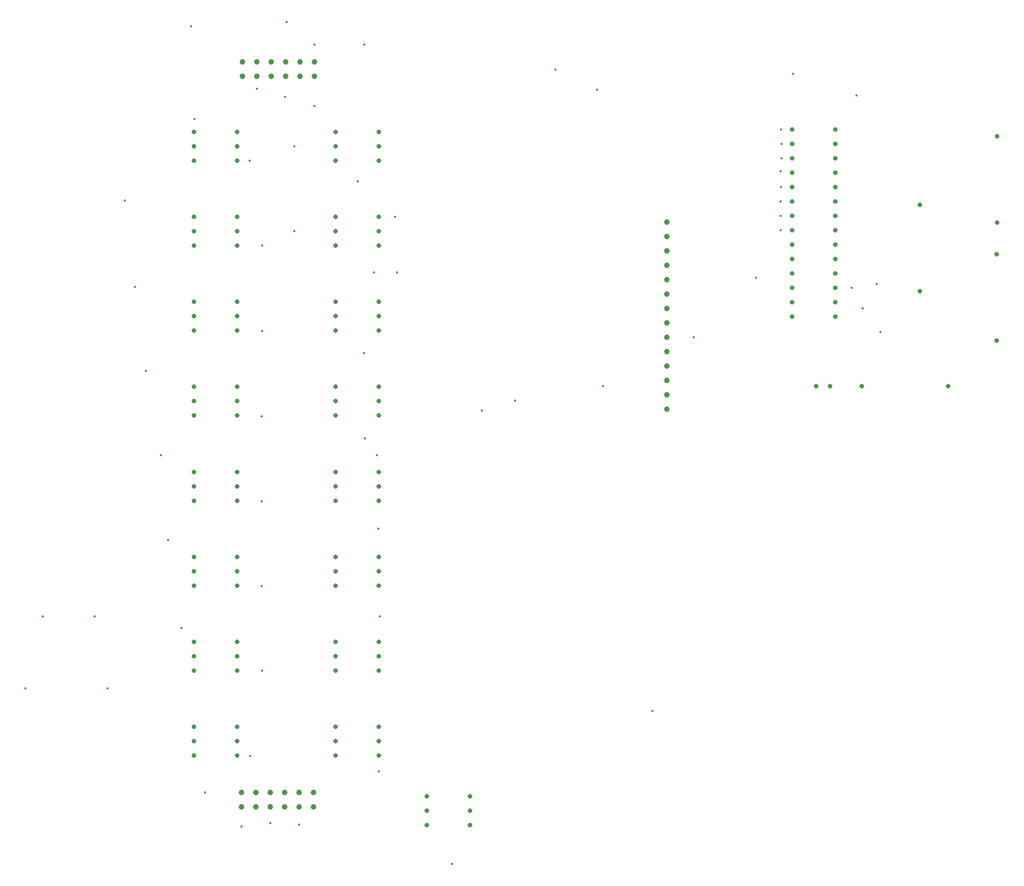
<source format=gbr>
%TF.GenerationSoftware,KiCad,Pcbnew,(5.1.9-0-10_14)*%
%TF.CreationDate,2021-02-22T09:56:50+00:00*%
%TF.ProjectId,Solar_Multiplexer,536f6c61-725f-44d7-956c-7469706c6578,rev?*%
%TF.SameCoordinates,Original*%
%TF.FileFunction,Plated,1,2,PTH,Drill*%
%TF.FilePolarity,Positive*%
%FSLAX46Y46*%
G04 Gerber Fmt 4.6, Leading zero omitted, Abs format (unit mm)*
G04 Created by KiCad (PCBNEW (5.1.9-0-10_14)) date 2021-02-22 09:56:50*
%MOMM*%
%LPD*%
G01*
G04 APERTURE LIST*
%TA.AperFunction,ViaDrill*%
%ADD10C,0.400000*%
%TD*%
%TA.AperFunction,ComponentDrill*%
%ADD11C,0.800000*%
%TD*%
%TA.AperFunction,ComponentDrill*%
%ADD12C,1.000000*%
%TD*%
G04 APERTURE END LIST*
D10*
X-329692000Y-218186000D03*
X-326644000Y-205486000D03*
X-317500000Y-205486000D03*
X-315214000Y-218186000D03*
X-312166000Y-132080000D03*
X-310388000Y-147320000D03*
X-308474000Y-162170000D03*
X-305829000Y-177051000D03*
X-304546000Y-192024000D03*
X-302228000Y-207550000D03*
X-300482000Y-101346000D03*
X-299900000Y-117690000D03*
X-298048000Y-236580000D03*
X-291592000Y-242570000D03*
X-290180000Y-125080000D03*
X-290068000Y-230124000D03*
X-288890000Y-112410000D03*
X-288036000Y-170180000D03*
X-288036000Y-185166000D03*
X-288036000Y-200152000D03*
X-288002000Y-155160000D03*
X-287970000Y-140080000D03*
X-287970000Y-215072000D03*
X-286490000Y-242040000D03*
X-283910000Y-113820000D03*
X-283610000Y-100620000D03*
X-282320000Y-137540000D03*
X-282306000Y-122540000D03*
X-281410000Y-242294000D03*
X-278730000Y-104556000D03*
X-278730000Y-115440000D03*
X-271100000Y-128696000D03*
X-270002000Y-159004000D03*
X-269910000Y-104556000D03*
X-269870000Y-174140000D03*
X-268224000Y-144780000D03*
X-267716000Y-177038000D03*
X-267462000Y-189992000D03*
X-267380000Y-232836000D03*
X-267208000Y-205486000D03*
X-264540000Y-135000000D03*
X-264160000Y-144780000D03*
X-254508000Y-249174000D03*
X-249174000Y-169164000D03*
X-243332000Y-167386000D03*
X-236220000Y-108966000D03*
X-228854000Y-112522000D03*
X-227838000Y-164846000D03*
X-219112000Y-222160000D03*
X-211810000Y-156250000D03*
X-200840000Y-145760000D03*
X-196550000Y-137330000D03*
X-196540000Y-126920000D03*
X-196520000Y-132250000D03*
X-196500000Y-134790000D03*
X-196420000Y-129710000D03*
X-196410000Y-119550000D03*
X-196370000Y-124630000D03*
X-196340000Y-122090000D03*
X-194310000Y-109728000D03*
X-183980000Y-147490000D03*
X-183134000Y-113538000D03*
X-182058000Y-151190000D03*
X-179578000Y-146812000D03*
X-178910000Y-155288000D03*
D11*
%TO.C,U1*%
X-300000000Y-120000000D03*
X-300000000Y-122540000D03*
X-300000000Y-125080000D03*
%TO.C,U2*%
X-300000000Y-135000000D03*
X-300000000Y-137540000D03*
X-300000000Y-140080000D03*
%TO.C,U3*%
X-300000000Y-150000000D03*
X-300000000Y-152540000D03*
X-300000000Y-155080000D03*
%TO.C,U4*%
X-300000000Y-165000000D03*
X-300000000Y-167540000D03*
X-300000000Y-170080000D03*
%TO.C,U5*%
X-300000000Y-180000000D03*
X-300000000Y-182540000D03*
X-300000000Y-185080000D03*
%TO.C,U6*%
X-300000000Y-195000000D03*
X-300000000Y-197540000D03*
X-300000000Y-200080000D03*
%TO.C,U7*%
X-300000000Y-210000000D03*
X-300000000Y-212540000D03*
X-300000000Y-215080000D03*
%TO.C,U10*%
X-300000000Y-225000000D03*
X-300000000Y-227540000D03*
X-300000000Y-230080000D03*
%TO.C,U1*%
X-292380000Y-120000000D03*
X-292380000Y-122540000D03*
X-292380000Y-125080000D03*
%TO.C,U2*%
X-292380000Y-135000000D03*
X-292380000Y-137540000D03*
X-292380000Y-140080000D03*
%TO.C,U3*%
X-292380000Y-150000000D03*
X-292380000Y-152540000D03*
X-292380000Y-155080000D03*
%TO.C,U4*%
X-292380000Y-165000000D03*
X-292380000Y-167540000D03*
X-292380000Y-170080000D03*
%TO.C,U5*%
X-292380000Y-180000000D03*
X-292380000Y-182540000D03*
X-292380000Y-185080000D03*
%TO.C,U6*%
X-292380000Y-195000000D03*
X-292380000Y-197540000D03*
X-292380000Y-200080000D03*
%TO.C,U7*%
X-292380000Y-210000000D03*
X-292380000Y-212540000D03*
X-292380000Y-215080000D03*
%TO.C,U10*%
X-292380000Y-225000000D03*
X-292380000Y-227540000D03*
X-292380000Y-230080000D03*
%TO.C,U11*%
X-275000000Y-120000000D03*
X-275000000Y-122540000D03*
X-275000000Y-125080000D03*
%TO.C,U12*%
X-275000000Y-135000000D03*
X-275000000Y-137540000D03*
X-275000000Y-140080000D03*
%TO.C,U13*%
X-275000000Y-150000000D03*
X-275000000Y-152540000D03*
X-275000000Y-155080000D03*
%TO.C,U14*%
X-275000000Y-165000000D03*
X-275000000Y-167540000D03*
X-275000000Y-170080000D03*
%TO.C,U15*%
X-275000000Y-180000000D03*
X-275000000Y-182540000D03*
X-275000000Y-185080000D03*
%TO.C,U16*%
X-275000000Y-195000000D03*
X-275000000Y-197540000D03*
X-275000000Y-200080000D03*
%TO.C,U17*%
X-275000000Y-210000000D03*
X-275000000Y-212540000D03*
X-275000000Y-215080000D03*
%TO.C,U20*%
X-275000000Y-225000000D03*
X-275000000Y-227540000D03*
X-275000000Y-230080000D03*
%TO.C,U11*%
X-267380000Y-120000000D03*
X-267380000Y-122540000D03*
X-267380000Y-125080000D03*
%TO.C,U12*%
X-267380000Y-135000000D03*
X-267380000Y-137540000D03*
X-267380000Y-140080000D03*
%TO.C,U13*%
X-267380000Y-150000000D03*
X-267380000Y-152540000D03*
X-267380000Y-155080000D03*
%TO.C,U14*%
X-267380000Y-165000000D03*
X-267380000Y-167540000D03*
X-267380000Y-170080000D03*
%TO.C,U15*%
X-267380000Y-180000000D03*
X-267380000Y-182540000D03*
X-267380000Y-185080000D03*
%TO.C,U16*%
X-267380000Y-195000000D03*
X-267380000Y-197540000D03*
X-267380000Y-200080000D03*
%TO.C,U17*%
X-267380000Y-210000000D03*
X-267380000Y-212540000D03*
X-267380000Y-215080000D03*
%TO.C,U20*%
X-267380000Y-225000000D03*
X-267380000Y-227540000D03*
X-267380000Y-230080000D03*
%TO.C,U21*%
X-258910000Y-237300000D03*
X-258910000Y-239840000D03*
X-258910000Y-242380000D03*
X-251290000Y-237300000D03*
X-251290000Y-239840000D03*
X-251290000Y-242380000D03*
%TO.C,U22*%
X-194490000Y-119550000D03*
X-194490000Y-122090000D03*
X-194490000Y-124630000D03*
X-194490000Y-127170000D03*
X-194490000Y-129710000D03*
X-194490000Y-132250000D03*
X-194490000Y-134790000D03*
X-194490000Y-137330000D03*
X-194490000Y-139870000D03*
X-194490000Y-142410000D03*
X-194490000Y-144950000D03*
X-194490000Y-147490000D03*
X-194490000Y-150030000D03*
X-194490000Y-152570000D03*
%TO.C,C1*%
X-190300000Y-164850000D03*
X-187800000Y-164850000D03*
%TO.C,U22*%
X-186870000Y-119550000D03*
X-186870000Y-122090000D03*
X-186870000Y-124630000D03*
X-186870000Y-127170000D03*
X-186870000Y-129710000D03*
X-186870000Y-132250000D03*
X-186870000Y-134790000D03*
X-186870000Y-137330000D03*
X-186870000Y-139870000D03*
X-186870000Y-142410000D03*
X-186870000Y-144950000D03*
X-186870000Y-147490000D03*
X-186870000Y-150030000D03*
X-186870000Y-152570000D03*
%TO.C,R3*%
X-182220000Y-164890000D03*
%TO.C,R4*%
X-171958000Y-132842000D03*
X-171958000Y-148082000D03*
%TO.C,R3*%
X-166980000Y-164890000D03*
%TO.C,R2*%
X-158460000Y-141630000D03*
X-158460000Y-156870000D03*
%TO.C,R1*%
X-158320000Y-120730000D03*
X-158320000Y-135970000D03*
D12*
%TO.C,J2*%
X-291570000Y-236580000D03*
X-291570000Y-239120000D03*
%TO.C,J3*%
X-291430000Y-107610000D03*
X-291430000Y-110150000D03*
%TO.C,J2*%
X-289030000Y-236580000D03*
X-289030000Y-239120000D03*
%TO.C,J3*%
X-288890000Y-107610000D03*
X-288890000Y-110150000D03*
%TO.C,J2*%
X-286490000Y-236580000D03*
X-286490000Y-239120000D03*
%TO.C,J3*%
X-286350000Y-107610000D03*
X-286350000Y-110150000D03*
%TO.C,J2*%
X-283950000Y-236580000D03*
X-283950000Y-239120000D03*
%TO.C,J3*%
X-283810000Y-107610000D03*
X-283810000Y-110150000D03*
%TO.C,J2*%
X-281410000Y-236580000D03*
X-281410000Y-239120000D03*
%TO.C,J3*%
X-281270000Y-107610000D03*
X-281270000Y-110150000D03*
%TO.C,J2*%
X-278870000Y-236580000D03*
X-278870000Y-239120000D03*
%TO.C,J3*%
X-278730000Y-107610000D03*
X-278730000Y-110150000D03*
%TO.C,J1*%
X-216610000Y-135930000D03*
X-216610000Y-138470000D03*
X-216610000Y-141010000D03*
X-216610000Y-143550000D03*
X-216610000Y-146090000D03*
X-216610000Y-148630000D03*
X-216610000Y-151170000D03*
X-216610000Y-153710000D03*
X-216610000Y-156250000D03*
X-216610000Y-158790000D03*
X-216610000Y-161330000D03*
X-216610000Y-163870000D03*
X-216610000Y-166410000D03*
X-216610000Y-168950000D03*
M02*

</source>
